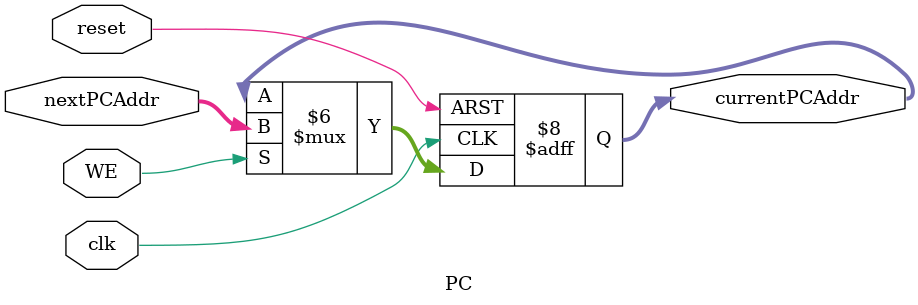
<source format=v>
`timescale 1ns / 1ps

module PC(
    input clk,
    input reset,
    input WE,
    input [31:0] nextPCAddr,
    output reg [31:0] currentPCAddr
    );
    
    initial currentPCAddr <= 0;
    
    always @(posedge clk or negedge reset) begin
        if(reset == 0) currentPCAddr <= 0;
        else begin
            if(WE == 1) currentPCAddr <= nextPCAddr;
            else currentPCAddr <= currentPCAddr;
        end
    end
    
endmodule

</source>
